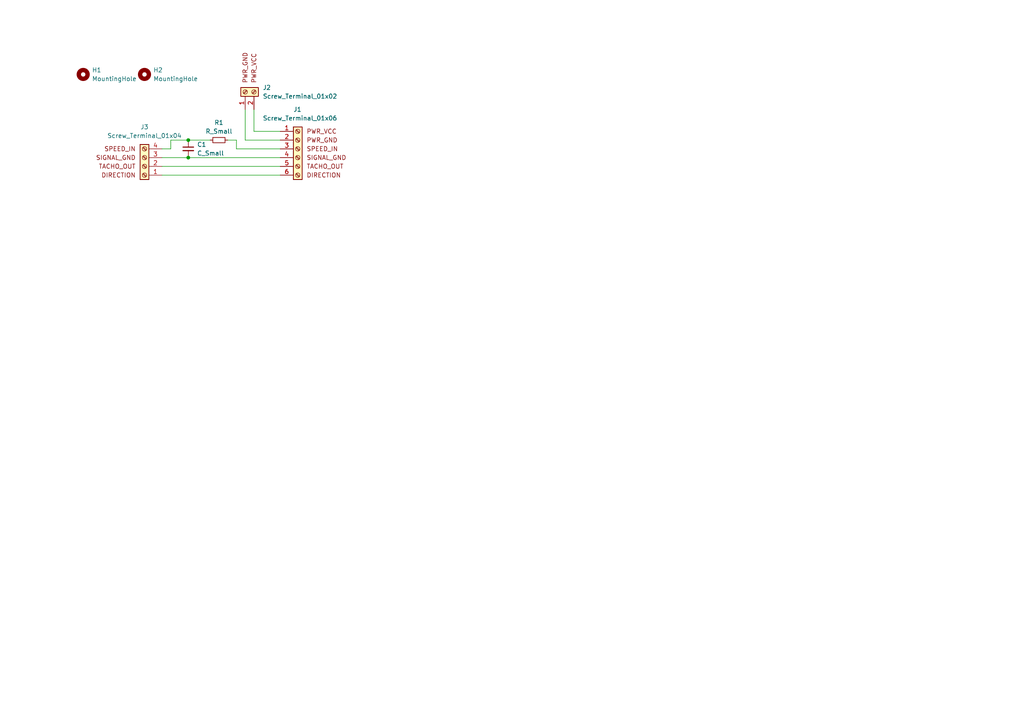
<source format=kicad_sch>
(kicad_sch (version 20230121) (generator eeschema)
  (paper "A4")
  (lib_symbols
    (symbol "Connector:Screw_Terminal_01x02" (pin_names (offset 1.016) hide)
      (property "Reference" "J2" (at 1.27 -5.08 90))
      (property "Value" "Screw_Terminal_01x02" (at -1.27 -5.08 90))
      (symbol "Screw_Terminal_01x02_1_1"
        (rectangle (start -1.27 1.27) (end 1.27 -3.81) (stroke (width 0.254)) (fill (type background)))
        (circle (center 0 -2.54) (radius 0.635) (stroke (width 0.1524)))
        (polyline (pts (xy -0.5334 -2.2098) (xy 0.3302 -3.048)) (stroke (width 0.1524)))
        (polyline (pts (xy -0.5334 0.3302) (xy 0.3302 -0.508)) (stroke (width 0.1524)))
        (polyline (pts (xy -0.3556 -2.032) (xy 0.508 -2.8702)) (stroke (width 0.1524)))
        (polyline (pts (xy -0.3556 0.508) (xy 0.508 -0.3302)) (stroke (width 0.1524)))
        (circle (center 0 0) (radius 0.635) (stroke (width 0.1524)))
        (text "PWR_GND" (at 2.54 0 0) (effects (font (size 1.27 1.27)) (justify left)))
        (text "PWR_VCC" (at 2.54 -2.54 0) (effects (font (size 1.27 1.27)) (justify left)))
        (pin passive line (at -5.08 0 0) (length 3.81) (name "PWR_GND") (number "1"))
        (pin passive line (at -5.08 -2.54 0) (length 3.81) (name "PWR_VCC") (number "2"))
      )
    )
    (symbol "Connector:Screw_Terminal_01x04" (pin_names (offset 1.016) hide)
      (property "Reference" "J3" (at 0 -11.43 0))
      (property "Value" "Screw_Terminal_01x04" (at 0 -8.89 0))
      (symbol "Screw_Terminal_01x04_1_1"
        (rectangle (start -1.27 3.81) (end 1.27 -6.35) (stroke (width 0.254)) (fill (type background)))
        (circle (center 0 -5.08) (radius 0.635) (stroke (width 0.1524)))
        (circle (center 0 -2.54) (radius 0.635) (stroke (width 0.1524)))
        (polyline (pts (xy -0.5334 -4.7498) (xy 0.3302 -5.588)) (stroke (width 0.1524)))
        (polyline (pts (xy -0.5334 -2.2098) (xy 0.3302 -3.048)) (stroke (width 0.1524)))
        (polyline (pts (xy -0.5334 0.3302) (xy 0.3302 -0.508)) (stroke (width 0.1524)))
        (polyline (pts (xy -0.5334 2.8702) (xy 0.3302 2.032)) (stroke (width 0.1524)))
        (polyline (pts (xy -0.3556 -4.572) (xy 0.508 -5.4102)) (stroke (width 0.1524)))
        (polyline (pts (xy -0.3556 -2.032) (xy 0.508 -2.8702)) (stroke (width 0.1524)))
        (polyline (pts (xy -0.3556 0.508) (xy 0.508 -0.3302)) (stroke (width 0.1524)))
        (polyline (pts (xy -0.3556 3.048) (xy 0.508 2.2098)) (stroke (width 0.1524)))
        (circle (center 0 0) (radius 0.635) (stroke (width 0.1524)))
        (circle (center 0 2.54) (radius 0.635) (stroke (width 0.1524)))
        (text "DIRECTION" (at 2.54 2.54 0) (effects (font (size 1.27 1.27)) (justify left)))
        (text "SIGNAL_GND" (at 2.54 -2.54 0) (effects (font (size 1.27 1.27)) (justify left)))
        (text "SPEED_IN" (at 2.54 -5.08 0) (effects (font (size 1.27 1.27)) (justify left)))
        (text "TACHO_OUT" (at 2.54 0 0) (effects (font (size 1.27 1.27)) (justify left)))
        (pin passive line (at -5.08 2.54 0) (length 3.81) (name "DIRECTION") (number "1"))
        (pin passive line (at -5.08 0 0) (length 3.81) (name "TACHO_OUT") (number "2"))
        (pin passive line (at -5.08 -2.54 0) (length 3.81) (name "SIGNAL_GND") (number "3"))
        (pin passive line (at -5.08 -5.08 0) (length 3.81) (name "SPEED_IN") (number "4"))
      )
    )
    (symbol "Connector:Screw_Terminal_01x06" (pin_names (offset 1.016) hide)
      (property "Reference" "J1" (at -1.27 11.43 0))
      (property "Value" "Screw_Terminal_01x06" (at -10.16 8.89 0))
      (symbol "Screw_Terminal_01x06_1_1"
        (rectangle (start -1.27 6.35) (end 1.27 -8.89) (stroke (width 0.254)) (fill (type background)))
        (circle (center 0 -7.62) (radius 0.635) (stroke (width 0.1524)))
        (circle (center 0 -5.08) (radius 0.635) (stroke (width 0.1524)))
        (circle (center 0 -2.54) (radius 0.635) (stroke (width 0.1524)))
        (polyline (pts (xy -0.5334 -7.2898) (xy 0.3302 -8.128)) (stroke (width 0.1524)))
        (polyline (pts (xy -0.5334 -4.7498) (xy 0.3302 -5.588)) (stroke (width 0.1524)))
        (polyline (pts (xy -0.5334 -2.2098) (xy 0.3302 -3.048)) (stroke (width 0.1524)))
        (polyline (pts (xy -0.5334 0.3302) (xy 0.3302 -0.508)) (stroke (width 0.1524)))
        (polyline (pts (xy -0.5334 2.8702) (xy 0.3302 2.032)) (stroke (width 0.1524)))
        (polyline (pts (xy -0.5334 5.4102) (xy 0.3302 4.572)) (stroke (width 0.1524)))
        (polyline (pts (xy -0.3556 -7.112) (xy 0.508 -7.9502)) (stroke (width 0.1524)))
        (polyline (pts (xy -0.3556 -4.572) (xy 0.508 -5.4102)) (stroke (width 0.1524)))
        (polyline (pts (xy -0.3556 -2.032) (xy 0.508 -2.8702)) (stroke (width 0.1524)))
        (polyline (pts (xy -0.3556 0.508) (xy 0.508 -0.3302)) (stroke (width 0.1524)))
        (polyline (pts (xy -0.3556 3.048) (xy 0.508 2.2098)) (stroke (width 0.1524)))
        (polyline (pts (xy -0.3556 5.588) (xy 0.508 4.7498)) (stroke (width 0.1524)))
        (circle (center 0 0) (radius 0.635) (stroke (width 0.1524)))
        (circle (center 0 2.54) (radius 0.635) (stroke (width 0.1524)))
        (circle (center 0 5.08) (radius 0.635) (stroke (width 0.1524)))
        (text "DIRECTION" (at 2.54 -7.62 0) (effects (font (size 1.27 1.27)) (justify left)))
        (text "PWR_GND" (at 2.54 2.54 0) (effects (font (size 1.27 1.27)) (justify left)))
        (text "PWR_VCC" (at 2.54 5.08 0) (effects (font (size 1.27 1.27)) (justify left)))
        (text "SIGNAL_GND" (at 2.54 -2.54 0) (effects (font (size 1.27 1.27)) (justify left)))
        (text "SPEED_IN" (at 2.54 0 0) (effects (font (size 1.27 1.27)) (justify left)))
        (text "TACHO_OUT" (at 2.54 -5.08 0) (effects (font (size 1.27 1.27)) (justify left)))
        (pin passive line (at -5.08 5.08 0) (length 3.81) (name "PWR_VCC") (number "1"))
        (pin passive line (at -5.08 2.54 0) (length 3.81) (name "PWR_GND") (number "2"))
        (pin passive line (at -5.08 0 0) (length 3.81) (name "SPEED_IN") (number "3"))
        (pin passive line (at -5.08 -2.54 0) (length 3.81) (name "SIGNAL_GND") (number "4"))
        (pin passive line (at -5.08 -5.08 0) (length 3.81) (name "TACHO_OUT") (number "5"))
        (pin passive line (at -5.08 -7.62 0) (length 3.81) (name "DIRECTION") (number "6"))
      )
    )
    (symbol "Device:C_Small" (pin_numbers hide) (pin_names (offset 0.254) hide)
      (property "Reference" "C" (at 0.254 1.778 0))
      (property "Value" "C_Small" (at 0.254 -2.032 0))
      (symbol "C_Small_0_1"
        (polyline (pts (xy -1.524 -0.508) (xy 1.524 -0.508)) (stroke (width 0.3302)))
        (polyline (pts (xy -1.524 0.508) (xy 1.524 0.508)) (stroke (width 0.3048)))
      )
      (symbol "C_Small_1_1"
        (pin passive line (at 0 2.54 270) (length 2.032) (name "~") (number "1"))
        (pin passive line (at 0 -2.54 90) (length 2.032) (name "~") (number "2"))
      )
    )
    (symbol "Device:R_Small" (pin_numbers hide) (pin_names (offset 0.254) hide)
      (property "Reference" "R" (at 0.762 0.508 0))
      (property "Value" "R_Small" (at 0.762 -1.016 0))
      (symbol "R_Small_0_1"
        (rectangle (start -0.762 1.778) (end 0.762 -1.778) (stroke (width 0.2032)))
      )
      (symbol "R_Small_1_1"
        (pin passive line (at 0 2.54 270) (length 0.762) (name "~") (number "1"))
        (pin passive line (at 0 -2.54 90) (length 0.762) (name "~") (number "2"))
      )
    )
    (symbol "Mechanical:MountingHole" (pin_names (offset 1.016))
      (property "Reference" "H" (at 0 5.08 0))
      (property "Value" "MountingHole" (at 0 3.175 0))
      (symbol "MountingHole_0_1"
        (circle (center 0 0) (radius 1.27) (stroke (width 1.27)))
      )
    )
  )
  (junction (at 54.61 45.72))
  (junction (at 54.61 40.64))
  (wire (pts (xy 46.99 45.72) (xy 54.61 45.72)))
  (wire (pts (xy 46.99 50.8) (xy 81.28 50.8)))
  (wire (pts (xy 73.66 31.75) (xy 73.66 38.1)))
  (wire (pts (xy 68.58 43.18) (xy 68.58 40.64)))
  (wire (pts (xy 73.66 38.1) (xy 81.28 38.1)))
  (wire (pts (xy 49.53 40.64) (xy 49.53 43.18)))
  (wire (pts (xy 54.61 40.64) (xy 49.53 40.64)))
  (wire (pts (xy 46.99 48.26) (xy 81.28 48.26)))
  (wire (pts (xy 68.58 40.64) (xy 66.04 40.64)))
  (wire (pts (xy 71.12 40.64) (xy 81.28 40.64)))
  (wire (pts (xy 49.53 43.18) (xy 46.99 43.18)))
  (wire (pts (xy 71.12 31.75) (xy 71.12 40.64)))
  (wire (pts (xy 54.61 45.72) (xy 81.28 45.72)))
  (wire (pts (xy 54.61 40.64) (xy 60.96 40.64)))
  (wire (pts (xy 81.28 43.18) (xy 68.58 43.18)))
  (symbol (lib_id "Connector:Screw_Terminal_01x04") (at 41.91 48.26 180) (unit 1)
    (property "Reference" "J3" (at 41.91 36.83 0))
    (property "Value" "Screw_Terminal_01x04" (at 41.91 39.37 0))
    (property "Footprint" "Connector_PinHeader_2.54mm:PinHeader_1x04_P2.54mm_Vertical" (effects hide))
  )
  (symbol (lib_id "Connector:Screw_Terminal_01x02") (at 71.12 26.67 90) (unit 1)
    (property "Reference" "J2" (at 76.2 25.4 90) (effects (justify right)))
    (property "Value" "Screw_Terminal_01x02" (at 76.2 27.94 90) (effects (justify right)))
    (property "Footprint" "TerminalBlock:TerminalBlock_bornier-2_P5.08mm" (effects hide))
  )
  (symbol (lib_id "Device:R_Small") (at 63.5 40.64 90) (unit 1)
    (property "Reference" "R1" (at 63.5 35.56 90))
    (property "Value" "R_Small" (at 63.5 38.1 90))
    (property "Footprint" "Resistor_THT:R_Axial_DIN0204_L3.6mm_D1.6mm_P5.08mm_Horizontal" (effects hide))
  )
  (symbol (lib_id "Connector:Screw_Terminal_01x06") (at 86.36 43.18 0) (unit 1)
    (property "Reference" "J1" (at 85.09 31.75 0) (effects (justify left)))
    (property "Value" "Screw_Terminal_01x06" (at 76.2 34.29 0) (effects (justify left)))
    (property "Footprint" "Connector_PinHeader_2.54mm:PinHeader_1x06_P2.54mm_Vertical" (effects hide))
  )
  (symbol (lib_id "Device:C_Small") (at 54.61 43.18 0) (unit 1)
    (property "Reference" "C1" (at 57.15 41.9163 0) (effects (justify left)))
    (property "Value" "C_Small" (at 57.15 44.4563 0) (effects (justify left)))
    (property "Footprint" "Capacitor_THT:C_Rect_L4.6mm_W3.0mm_P2.50mm_MKS02_FKP02" (effects hide))
  )
  (symbol (lib_id "Mechanical:MountingHole") (at 41.91 21.59 0) (unit 1)
    (property "Reference" "H2" (at 44.45 20.32 0) (effects (justify left)))
    (property "Value" "MountingHole" (at 44.45 22.86 0) (effects (justify left)))
    (property "Footprint" "MountingHole:MountingHole_2.5mm" (effects hide))
  )
  (symbol (lib_id "Mechanical:MountingHole") (at 24.13 21.59 0) (unit 1)
    (property "Reference" "H1" (at 26.67 20.32 0) (effects (justify left)))
    (property "Value" "MountingHole" (at 26.67 22.86 0) (effects (justify left)))
    (property "Footprint" "MountingHole:MountingHole_2.5mm" (effects hide))
  )
)
</source>
